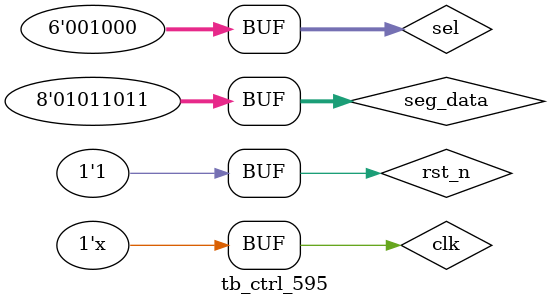
<source format=v>
`timescale 1ns / 1ns
module tb_ctrl_595;

reg				clk			;		
reg				rst_n		;		
                        
reg		[7:0]	seg_data  	;		
reg		[5:0]	sel       	;		
                         
wire	       	oe_595		;		
wire			shcp_595	;		
wire			stcp_595	;		
wire			ds			;

initial begin
	clk = 0;
	rst_n = 0;
	seg_data = 8'b0101_1011;
	sel = 6'b001_000;
	#25
	rst_n = 1;
end
always#10 clk = ~clk;

ctrl_595			u_ctrl_595(
	.clk					(clk		),
	.rst_n					(rst_n		),
	                                    
	.seg_data  				(seg_data  	),
	.sel       				(sel       	),
	                                    
	.oe_595					(oe_595		),
	.shcp_595				(shcp_595	),
	.stcp_595				(stcp_595	),
	.ds			            (ds			)
);
endmodule 
</source>
